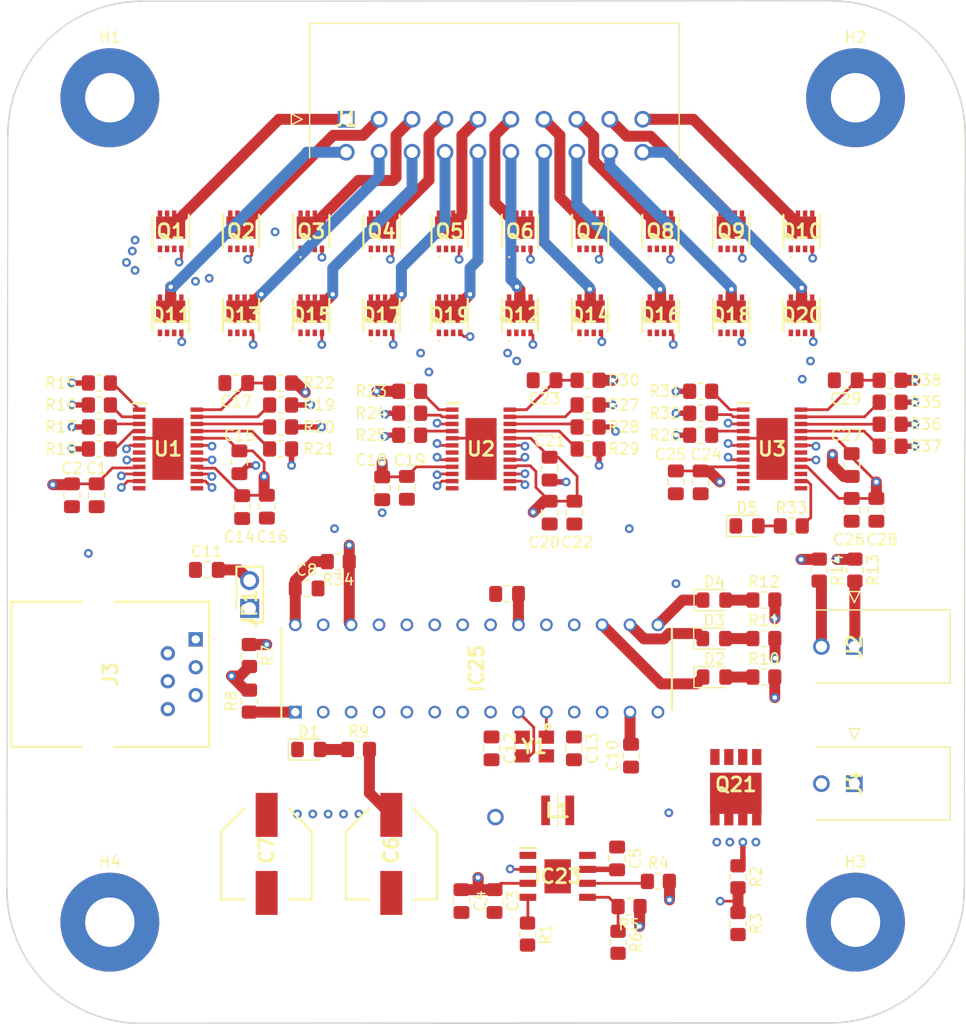
<source format=kicad_pcb>
(kicad_pcb (version 20221018) (generator pcbnew)

  (general
    (thickness 1.6)
  )

  (paper "A4")
  (layers
    (0 "F.Cu" signal)
    (1 "In1.Cu" signal)
    (2 "In2.Cu" signal)
    (31 "B.Cu" signal)
    (32 "B.Adhes" user "B.Adhesive")
    (33 "F.Adhes" user "F.Adhesive")
    (34 "B.Paste" user)
    (35 "F.Paste" user)
    (36 "B.SilkS" user "B.Silkscreen")
    (37 "F.SilkS" user "F.Silkscreen")
    (38 "B.Mask" user)
    (39 "F.Mask" user)
    (40 "Dwgs.User" user "User.Drawings")
    (41 "Cmts.User" user "User.Comments")
    (42 "Eco1.User" user "User.Eco1")
    (43 "Eco2.User" user "User.Eco2")
    (44 "Edge.Cuts" user)
    (45 "Margin" user)
    (46 "B.CrtYd" user "B.Courtyard")
    (47 "F.CrtYd" user "F.Courtyard")
    (48 "B.Fab" user)
    (49 "F.Fab" user)
    (50 "User.1" user)
    (51 "User.2" user)
    (52 "User.3" user)
    (53 "User.4" user)
    (54 "User.5" user)
    (55 "User.6" user)
    (56 "User.7" user)
    (57 "User.8" user)
    (58 "User.9" user)
  )

  (setup
    (stackup
      (layer "F.SilkS" (type "Top Silk Screen"))
      (layer "F.Paste" (type "Top Solder Paste"))
      (layer "F.Mask" (type "Top Solder Mask") (thickness 0.01))
      (layer "F.Cu" (type "copper") (thickness 0.035))
      (layer "dielectric 1" (type "prepreg") (thickness 0.1) (material "FR4") (epsilon_r 4.5) (loss_tangent 0.02))
      (layer "In1.Cu" (type "copper") (thickness 0.035))
      (layer "dielectric 2" (type "prepreg") (thickness 1.24) (material "FR4") (epsilon_r 4.5) (loss_tangent 0.02))
      (layer "In2.Cu" (type "copper") (thickness 0.035))
      (layer "dielectric 3" (type "prepreg") (thickness 0.1) (material "FR4") (epsilon_r 4.5) (loss_tangent 0.02))
      (layer "B.Cu" (type "copper") (thickness 0.035))
      (layer "B.Mask" (type "Bottom Solder Mask") (thickness 0.01))
      (layer "B.Paste" (type "Bottom Solder Paste"))
      (layer "B.SilkS" (type "Bottom Silk Screen"))
      (copper_finish "None")
      (dielectric_constraints no)
    )
    (pad_to_mask_clearance 0)
    (pcbplotparams
      (layerselection 0x00010fc_ffffffff)
      (plot_on_all_layers_selection 0x0000000_00000000)
      (disableapertmacros false)
      (usegerberextensions false)
      (usegerberattributes true)
      (usegerberadvancedattributes true)
      (creategerberjobfile true)
      (dashed_line_dash_ratio 12.000000)
      (dashed_line_gap_ratio 3.000000)
      (svgprecision 4)
      (plotframeref false)
      (viasonmask false)
      (mode 1)
      (useauxorigin false)
      (hpglpennumber 1)
      (hpglpenspeed 20)
      (hpglpendiameter 15.000000)
      (dxfpolygonmode true)
      (dxfimperialunits true)
      (dxfusepcbnewfont true)
      (psnegative false)
      (psa4output false)
      (plotreference true)
      (plotvalue true)
      (plotinvisibletext false)
      (sketchpadsonfab false)
      (subtractmaskfromsilk false)
      (outputformat 1)
      (mirror false)
      (drillshape 1)
      (scaleselection 1)
      (outputdirectory "")
    )
  )

  (net 0 "")
  (net 1 "+24V")
  (net 2 "GND")
  (net 3 "Net-(IC23-SW)")
  (net 4 "Net-(IC23-BOOT)")
  (net 5 "+5V")
  (net 6 "Net-(IC25-VCAP_OR_VDDCORE)")
  (net 7 "Net-(IC25-VDD)")
  (net 8 "Net-(JP1-B)")
  (net 9 "Net-(IC25-OSCI{slash}CLKI{slash}AN13{slash}CN30{slash}RA2)")
  (net 10 "Net-(IC25-OSCO{slash}CLKO{slash}AN14{slash}CN29{slash}RA3)")
  (net 11 "Net-(D1-A)")
  (net 12 "Net-(D2-K)")
  (net 13 "Net-(D2-A)")
  (net 14 "Net-(D3-K)")
  (net 15 "Net-(D3-A)")
  (net 16 "Net-(D4-K)")
  (net 17 "Net-(D4-A)")
  (net 18 "Gate 1")
  (net 19 "Gate 2")
  (net 20 "Gate 3")
  (net 21 "SPI_MOSI")
  (net 22 "SPI_CHAIN")
  (net 23 "Gate 4")
  (net 24 "Gate 5")
  (net 25 "Gate 6")
  (net 26 "Gate 7")
  (net 27 "Gate 8")
  (net 28 "Net-(U1-VDD)")
  (net 29 "Net-(U2-VDD)")
  (net 30 "SPI_SS")
  (net 31 "SPI_SCLK")
  (net 32 "Gate 9")
  (net 33 "Gate 10")
  (net 34 "Gate 11")
  (net 35 "Gate 16")
  (net 36 "Gate 12")
  (net 37 "SPI_MISO")
  (net 38 "Gate 17")
  (net 39 "Gate 13")
  (net 40 "Gate 18")
  (net 41 "Gate 14")
  (net 42 "Gate 19")
  (net 43 "Net-(U3-VDD)")
  (net 44 "Net-(D5-A)")
  (net 45 "Gate 15")
  (net 46 "Gate 20")
  (net 47 "Net-(IC23-EN)")
  (net 48 "Net-(IC23-RT{slash}SYNC)")
  (net 49 "Net-(IC23-FB)")
  (net 50 "Net-(IC23-PG)")
  (net 51 "Net-(IC25-MCLR{slash}VPP{slash}RA5)")
  (net 52 "PGD")
  (net 53 "PGC")
  (net 54 "I2C_SDA")
  (net 55 "I2C_SCLK")
  (net 56 "unconnected-(IC25-SOSCI{slash}AN15{slash}~{U2RTS}{slash}U2BCLK{slash}CN1{slash}RB4-Pad11)")
  (net 57 "unconnected-(IC25-PGED3{slash}AN17{slash}ASDA1{slash}SCK2{slash}IC4{slash}OC1E{slash}CLCINA{slash}CN27{slash}RB5-Pad14)")
  (net 58 "unconnected-(IC25-AN21{slash}SDA1{slash}T1CK{slash}U1RTS{slash}U1BCLK{slash}IC2{slash}OC4{slash}CLC1O{slash}CTED4{slash}CN21{slash}RB9-Pad18)")
  (net 59 "unconnected-(IC25-SDI2{slash}IC1{slash}OC5{slash}CLC2O{slash}CTED3{slash}CN9{slash}RA7-Pad19)")
  (net 60 "unconnected-(IC25-DAC1OUT{slash}AN12{slash}HLVDIN{slash}~{SS2}{slash}IC3{slash}OC2B{slash}CTED2{slash}INT2{slash}CN14{slash}RB12-Pad23)")
  (net 61 "unconnected-(IC25-DAC2OUT{slash}CVREF{slash}OA1IND{slash}OA2IND{slash}AN10{slash}C3INB{slash}RTCC{slash}C1OUT{slash}OCFA{slash}CTED5{slash}INT1{slash}CN12{slash}RB14-Pad25)")
  (net 62 "/Coil 1")
  (net 63 "/Coil 2")
  (net 64 "/Coil 3")
  (net 65 "/Coil 4")
  (net 66 "/Coil 5")
  (net 67 "/Coil 6")
  (net 68 "/Coil 7")
  (net 69 "/Coil 8")
  (net 70 "/Coil 9")
  (net 71 "/Coil 10")
  (net 72 "/Coil 11")
  (net 73 "/Coil 12")
  (net 74 "/Coil 13")
  (net 75 "/Coil 14")
  (net 76 "/Coil 15")
  (net 77 "/Coil 16")
  (net 78 "/Coil 17")
  (net 79 "/Coil 18")
  (net 80 "/Coil 19")
  (net 81 "/Coil 20")
  (net 82 "MCLR")
  (net 83 "unconnected-(J3-Pad6)")
  (net 84 "Net-(J4-Pin_2)")
  (net 85 "Net-(U1-CSB)")
  (net 86 "Net-(U1-SCLK)")
  (net 87 "Net-(U1-SI)")
  (net 88 "Net-(U1-SO)")
  (net 89 "Net-(U1-IN0)")
  (net 90 "IN0")
  (net 91 "Net-(U1-IN1)")
  (net 92 "IN1")
  (net 93 "Net-(U1-IDLE)")
  (net 94 "IDLE")
  (net 95 "Net-(U2-CSB)")
  (net 96 "Net-(U2-SCLK)")
  (net 97 "SPI_CHAIN2")
  (net 98 "Net-(U2-SO)")
  (net 99 "Net-(U3-SO)")
  (net 100 "Net-(U2-IN0)")
  (net 101 "Net-(U2-IN1)")
  (net 102 "Net-(U2-IDLE)")
  (net 103 "Net-(U3-CSB)")
  (net 104 "Net-(U3-SCLK)")
  (net 105 "Net-(U3-OUT7)")
  (net 106 "Net-(U3-IN0)")
  (net 107 "Net-(U3-IN1)")
  (net 108 "Net-(U3-IDLE)")
  (net 109 "unconnected-(U1-NC-Pad7)")
  (net 110 "unconnected-(U1-NC-Pad12)")
  (net 111 "unconnected-(U1-NC-Pad13)")
  (net 112 "unconnected-(U1-NC-Pad18)")
  (net 113 "unconnected-(U2-NC-Pad7)")
  (net 114 "unconnected-(U2-NC-Pad12)")
  (net 115 "unconnected-(U2-NC-Pad13)")
  (net 116 "unconnected-(U2-NC-Pad18)")
  (net 117 "unconnected-(U3-NC-Pad7)")
  (net 118 "unconnected-(U3-OUT4-Pad10)")
  (net 119 "unconnected-(U3-OUT6-Pad11)")
  (net 120 "unconnected-(U3-NC-Pad12)")
  (net 121 "unconnected-(U3-NC-Pad13)")
  (net 122 "unconnected-(U3-OUT5-Pad15)")
  (net 123 "unconnected-(U3-NC-Pad18)")

  (footprint "Library:HDRV2W67P0X254_1X2_508X241X858P" (layer "F.Cu") (at 101.93 108.76 90))

  (footprint "Library:PXP01530QLJ" (layer "F.Cu") (at 113.94 82.09))

  (footprint "Capacitor_SMD:C_0805_2012Metric_Pad1.18x1.45mm_HandSolder" (layer "F.Cu") (at 98.0375 105.25))

  (footprint "Capacitor_SMD:C_0805_2012Metric_Pad1.18x1.45mm_HandSolder" (layer "F.Cu") (at 107.1225 106.938))

  (footprint "Capacitor_SMD:C_0805_2012Metric_Pad1.18x1.45mm_HandSolder" (layer "F.Cu") (at 116.25 97.7875 -90))

  (footprint "Capacitor_SMD:C_0805_2012Metric_Pad1.18x1.45mm_HandSolder" (layer "F.Cu") (at 124.23 135.38 -90))

  (footprint "Library:PXP01530QLJ" (layer "F.Cu") (at 113.94 74.45))

  (footprint "Resistor_SMD:R_0805_2012Metric_Pad1.20x1.40mm_HandSolder" (layer "F.Cu") (at 132.75 94.25))

  (footprint "Library:EEHZT1E331UP" (layer "F.Cu") (at 114.83 131.09 -90))

  (footprint "Capacitor_SMD:C_0805_2012Metric_Pad1.18x1.45mm_HandSolder" (layer "F.Cu") (at 123.96 121.4875 -90))

  (footprint "Library:PXP01530QLJ" (layer "F.Cu") (at 132.94 74.45))

  (footprint "Resistor_SMD:R_0805_2012Metric_Pad1.20x1.40mm_HandSolder" (layer "F.Cu") (at 151.25 101.25))

  (footprint "Library:PXP01530QLJ" (layer "F.Cu") (at 101.14 74.45))

  (footprint "Capacitor_SMD:C_0805_2012Metric_Pad1.18x1.45mm_HandSolder" (layer "F.Cu") (at 101.25 99.5375 -90))

  (footprint "Library:EEHZT1E331UP" (layer "F.Cu") (at 103.48 131.09 -90))

  (footprint "Resistor_SMD:R_0805_2012Metric_Pad1.20x1.40mm_HandSolder" (layer "F.Cu") (at 127.23 138.38 -90))

  (footprint "Capacitor_SMD:C_0805_2012Metric_Pad1.18x1.45mm_HandSolder" (layer "F.Cu") (at 128.7875 88 180))

  (footprint "Capacitor_SMD:C_0805_2012Metric_Pad1.18x1.45mm_HandSolder" (layer "F.Cu") (at 156.75 95.7125 -90))

  (footprint "Resistor_SMD:R_0805_2012Metric_Pad1.20x1.40mm_HandSolder" (layer "F.Cu") (at 104.75 90.25))

  (footprint "Capacitor_SMD:C_0805_2012Metric_Pad1.18x1.45mm_HandSolder" (layer "F.Cu") (at 125.3725 107.438))

  (footprint "Library:PXP01530QLJ" (layer "F.Cu") (at 107.54 82.09))

  (footprint "Capacitor_SMD:C_0805_2012Metric_Pad1.18x1.45mm_HandSolder" (layer "F.Cu") (at 131.5 100.0375 -90))

  (footprint "Capacitor_SMD:C_0805_2012Metric_Pad1.18x1.45mm_HandSolder" (layer "F.Cu") (at 131.46 121.4875 -90))

  (footprint "Resistor_SMD:R_0805_2012Metric_Pad1.20x1.40mm_HandSolder" (layer "F.Cu") (at 146.4 137.42 -90))

  (footprint "Library:PXP01530QLJ" (layer "F.Cu") (at 145.785 82.09))

  (footprint "Capacitor_SMD:C_0805_2012Metric_Pad1.18x1.45mm_HandSolder" (layer "F.Cu") (at 88 98.4625 -90))

  (footprint "Capacitor_SMD:C_0805_2012Metric_Pad1.18x1.45mm_HandSolder" (layer "F.Cu") (at 129.25 96.0375 -90))

  (footprint "LED_SMD:LED_0805_2012Metric_Pad1.15x1.40mm_HandSolder" (layer "F.Cu") (at 107.315 121.59))

  (footprint "Capacitor_SMD:C_0805_2012Metric_Pad1.18x1.45mm_HandSolder" (layer "F.Cu") (at 114 97.825 -90))

  (footprint "Library:PXP01530QLJ" (layer "F.Cu") (at 152.185 82.09))

  (footprint "Resistor_SMD:R_0805_2012Metric_Pad1.20x1.40mm_HandSolder" (layer "F.Cu") (at 132.75 88))

  (footprint "Resistor_SMD:R_0805_2012Metric_Pad1.20x1.40mm_HandSolder" (layer "F.Cu") (at 160.25 90))

  (footprint "Library:PXP01530QLJ" (layer "F.Cu") (at 120.14 74.45))

  (footprint "Resistor_SMD:R_0805_2012Metric_Pad1.20x1.40mm_HandSolder" (layer "F.Cu") (at 160.25 88))

  (footprint "Capacitor_SMD:C_0805_2012Metric_Pad1.18x1.45mm_HandSolder" (layer "F.Cu") (at 101 95.4625 -90))

  (footprint "Resistor_SMD:R_0805_2012Metric_Pad1.20x1.40mm_HandSolder" (layer "F.Cu") (at 146.4 133.17 -90))

  (footprint "MountingHole:MountingHole_4.5mm_Pad" (layer "F.Cu") (at 89.2 62.3))

  (footprint "Resistor_SMD:R_0805_2012Metric_Pad1.20x1.40mm_HandSolder" (layer "F.Cu") (at 116.5 89))

  (footprint "MountingHole:MountingHole_4.5mm_Pad" (layer "F.Cu") (at 157.1 137.3))

  (footprint "Resistor_SMD:R_0805_2012Metric_Pad1.20x1.40mm_HandSolder" (layer "F.Cu") (at 148.75 111.5))

  (footprint "Resistor_SMD:R_0805_2012Metric_Pad1.20x1.40mm_HandSolder" (layer "F.Cu") (at 104.75 92.25))

  (footprint "Library:LQH3NPN100MMEL" (layer "F.Cu") (at 129.98 127.13 180))

  (footprint "Library:DIP794W56P254L3486H508Q28N" (layer "F.Cu") (at 122.6 114.219 90))

  (footprint "Resistor_SMD:R_0805_2012Metric_Pad1.20x1.40mm_HandSolder" (layer "F.Cu") (at 153.79 105.27 -90))

  (footprint "Capacitor_SMD:C_0805_2012Metric_Pad1.18x1.45mm_HandSolder" (layer "F.Cu") (at 136.66 122.1505 90))

  (footprint "Resistor_SMD:R_0805_2012Metric_Pad1.20x1.40mm_HandSolder" (layer "F.Cu") (at 139.15 133.59))

  (footprint "Capacitor_SMD:C_0805_2012Metric_Pad1.18x1.45mm_HandSolder" (layer "F.Cu") (at 159 99.7875 -90))

  (footprint "Resistor_SMD:R_0805_2012Metric_Pad1.20x1.40mm_HandSolder" (layer "F.Cu") (at 148.75 108))

  (footprint "Library:PXP01530QLJ" (layer "F.Cu")
    (tstamp 73e81e17-076b-49ff-a70e-1795a98d4d70)
    (at 94.74 74.45)
    (descr "SOT8002-1_2022")
    (tags "MOSFET (P-Channel)")
    (property "Height" "0.9")
    (property "Manufacturer_Name" "Nexperia")
    (property "Manufacturer_Part_Number" "PXP015-30QLJ")
    (property "Mouser Part Number" "771-PXP015-30QLJ")
    (property "Mouser Price/Stock" "https://www.mouser.co.uk/ProductDetail/Nexperia/PXP015-30QLJ?qs=MyNHzdoqoQIbg8Lyue8mKw%3D%3D")
    (property "Sheetfile" "Resistor Bank Control Board.kicad_sch")
    (property "Sheetname" "")
    (property "ki_description" "Nexperia PXP015-30QL/MLPAK33")
    (path "/34539967-155e-41fd-9619-f8dabeb94065")
    (attr smd)
    (fp_text reference "Q1" (at 0 0) (layer "F.SilkS")
        (effects (font (size 1.27 1.27) (thickness 0.254)))
      (tstamp bb2e3eb3-50c6-4fc8-ac9c-5fad91329813)
    )
    (fp_text value "PXP015-30QLJ" (at 0 0) (layer "F.SilkS") hide
        (effects (font (size 1.27 1.27) (thickness 0.254)))
      (tstamp a085c118-a63e-4eb0-95d8-af6805d4ee39)
    )
    (fp_text user "${REFERENCE}" (at 0 0) (layer "F.Fab")
        (effects (font (size 1.27 1.27) (thickness 0.254)))
      (tstamp 7e5ee73e-d0da-401a-b571-cff4f1af529f)
    )
    (fp_line (start -1.65 -1.5) (end -1.65 1.5)
      (stroke (width 0.2) (type solid)) (layer "F.SilkS") (tstamp 79e333b7-0338-4098-b9e0-860f070f3164))
    (fp_line (start -0.975 2.3) (end -0.975 2.3)
      (stroke (width 0.1) (type solid)) (layer "F.SilkS") (tstamp 8adb0407-2208-4739-a031-341ca6bb69af))
    (fp_line (start -0.975 2.4) (end -0.975 2.4)
      (stroke (width 0.1) (type solid)) (layer "F.SilkS") (tstamp 8cbcab90-78e0-450a-bc58-47765c03bd94))
    (fp_line (start 1.65 -1.5) (end 1.65 1.5)
      (stroke (width 0.2) (type solid)) (layer "F.SilkS") (tstamp 8b4d8cac-a8ec-41f6-8359-ff630f15e76f))
    (fp_arc (start -0.975 2.3) (mid -0.925 2.35) (end -0.975 2.4)
      (stroke (width 0.1) (type solid)) (layer "F.SilkS") (tstamp 694848c7-d08c-4275-96f5-62833b363827))
    (fp_arc (start -0.975 2.4) (mid -1.025 2.35) (end -0.975 2.3)
      (stroke (width 0.1) (type solid)) (layer "F.SilkS") (tstamp f2bb84ac-a7ee-44ad-a148-18fd2463b749))
    (fp_line (start -2.65 -2.9) (end 2.65 -2.9)
      (stroke (width 0.1) (type solid)) (layer "F.CrtYd") (tstamp 6fbb155a-c17d-4b82-9b6a-3736b3ec1e16))
    (fp_line (start -2.65 2.9) (end -2.65 -2.9)
      (stroke (width 0.1) (type solid)) (layer "F.CrtYd") (tstamp 9056ee24-dc74-4ec0-be54-7441d596439f))
    (fp_line (start 2.65 -2.9) (end 2.65 2.9)
      (stroke (width 0.1) (type solid)) (layer "F.CrtYd") (tstamp 4fd0ea8d-3d7d-45dc-9898-c7e411e28347))
    (fp_line (start 2.65 2.9) (end -2.65 2.9)
      (stroke (width 0.1) (type solid)) (layer "F.CrtYd") (tstamp fd872226-a45f-42b5-af34-995e616b0400))
    (fp_line (start -1.65 -1.5) (end 1.65 -1.5)
      (stroke (width 0.1) (type solid)) (layer "F.Fab") (tstamp 87c59683-f402-4478-964c-2f3677bc4695))
    (fp_line (start -1.65 1.5) (end -1.65 -1.5)
      (stroke (width 0.1) (type solid)) (layer "F.Fab") (tstamp 7f78d618-4ea9-4ad8-a5a5-94b96ecf9ed9))
    (fp_line (start 1.65 -1.5) (end 1.65 1.5)
      (stroke (width 0.1) (type solid)) (layer "F.Fab") (tstamp 535929ad-fe8a-4184-94b1-a87ea1150524))
    (fp_line (start 1.65 1.5) (end -1.65 1.5)
      (stroke (width 0.1) (type solid)) (layer "F.Fab") (tstamp a9366f03-ee3d-4f53-b491-d62706fb4571))
    (pad "1" smd rect (at -0.975 1.6) (size 0.4 0.6) (layers "F.Cu" "F.Paste" "F.Mask")
      (net 2 "GND") (pinfunction "S_1") (pintype "passive") (zone_connect 2) (tstamp b447ce53-a287-4938-a16a-b826d5b04768))
    (pad "2" smd rect (at -0.325 1.6) (size 0.4 0.6) (layers "F.Cu" "F.Paste" "F.Mask")
      (net 2 "GND") (pinfunction "S_2") (pintype "passive") (zone_connect 2) (tstamp 7170ad64-5c0d-4bdc-940e-1e554a2c6971))
    (pad "3" smd rect (at 0.325 1.6) (size 0.4 0.6) (layers "F.Cu" "F.Paste" "F.Mask")
      (net 2 "GND") (pinfunction "S_3") (pintype "passive") (tstamp 9ef66682-7dcc-40f0-9518-00d3edb21c2e))
    (pad "4" smd rect (at 0.975 1.6) (siz
... [376646 chars truncated]
</source>
